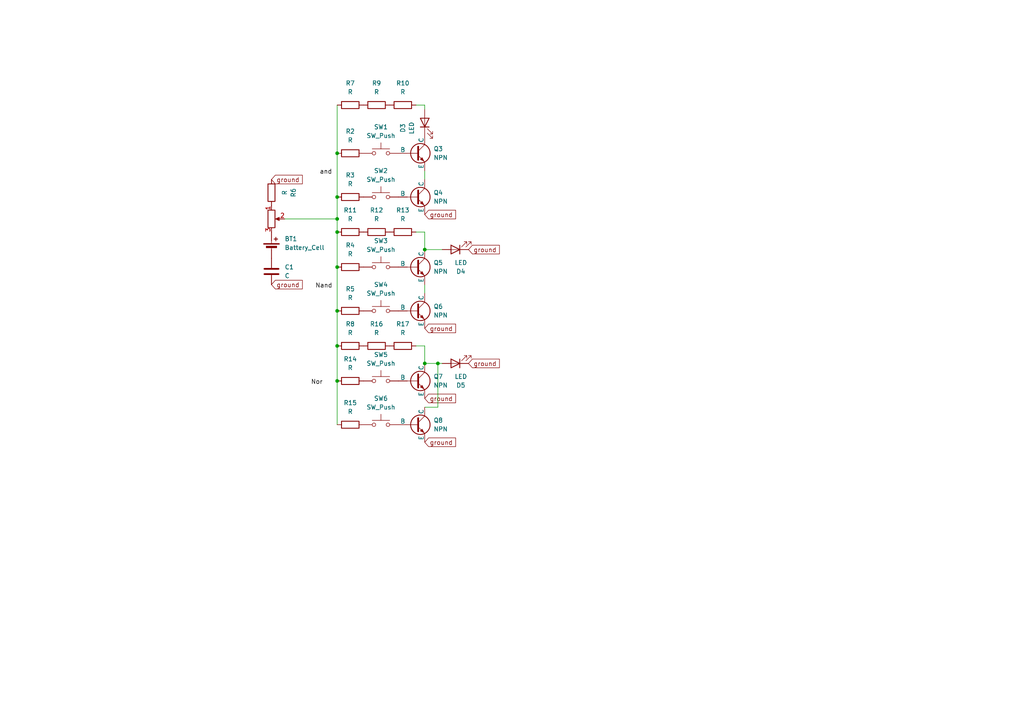
<source format=kicad_sch>
(kicad_sch (version 20250114) (generator "eeschema") (generator_version "9.0")
  (paper "A4")
  (lib_symbols
    (symbol "Device:Battery_Cell" (pin_numbers (hide yes)) (pin_names (offset 0) (hide yes))
      (property "Reference" "BT" (at 2.54 2.54 0))
      (property "Value" "Battery_Cell" (at 2.54 0 0))
      (symbol "Battery_Cell_0_1"
        (rectangle (start -2.286 1.778) (end 2.286 1.524) (fill (type outline)))
        (rectangle (start -1.524 1.016) (end 1.524 0.508) (fill (type outline)))
        (polyline (pts (xy 0 1.778) (xy 0 2.54)))
        (polyline (pts (xy 0 0.762) (xy 0 0)))
        (polyline (pts (xy 0.762 3.048) (xy 1.778 3.048)) (stroke (width 0.254)))
        (polyline (pts (xy 1.27 3.556) (xy 1.27 2.54)) (stroke (width 0.254)))
      )
      (symbol "Battery_Cell_1_1"
        (pin passive line (at 0 5.08 270) (length 2.54) (name "+") (number "1"))
        (pin passive line (at 0 -2.54 90) (length 2.54) (name "-") (number "2"))
      )
    )
    (symbol "Device:C" (pin_numbers (hide yes)) (pin_names (offset 0.254))
      (property "Reference" "C" (at 0.635 2.54 0))
      (property "Value" "C" (at 0.635 -2.54 0))
      (symbol "C_0_1"
        (polyline (pts (xy -2.032 0.762) (xy 2.032 0.762)) (stroke (width 0.508)))
        (polyline (pts (xy -2.032 -0.762) (xy 2.032 -0.762)) (stroke (width 0.508)))
      )
      (symbol "C_1_1"
        (pin passive line (at 0 3.81 270) (length 2.794) (name "~") (number "1"))
        (pin passive line (at 0 -3.81 90) (length 2.794) (name "~") (number "2"))
      )
    )
    (symbol "Device:LED" (pin_numbers (hide yes)) (pin_names (offset 1.016) (hide yes))
      (property "Reference" "D" (at 0 2.54 0))
      (property "Value" "LED" (at 0 -2.54 0))
      (symbol "LED_0_1"
        (polyline (pts (xy -3.048 -0.762) (xy -4.572 -2.286) (xy -3.81 -2.286) (xy -4.572 -2.286) (xy -4.572 -1.524)))
        (polyline (pts (xy -1.778 -0.762) (xy -3.302 -2.286) (xy -2.54 -2.286) (xy -3.302 -2.286) (xy -3.302 -1.524)))
        (polyline (pts (xy -1.27 0) (xy 1.27 0)))
        (polyline (pts (xy -1.27 -1.27) (xy -1.27 1.27)) (stroke (width 0.254)))
        (polyline (pts (xy 1.27 -1.27) (xy 1.27 1.27) (xy -1.27 0) (xy 1.27 -1.27)) (stroke (width 0.254)))
      )
      (symbol "LED_1_1"
        (pin passive line (at -3.81 0 0) (length 2.54) (name "K") (number "1"))
        (pin passive line (at 3.81 0 180) (length 2.54) (name "A") (number "2"))
      )
    )
    (symbol "Device:R" (pin_numbers (hide yes)) (pin_names (offset 0))
      (property "Reference" "R" (at 2.032 0 90))
      (property "Value" "R" (at 0 0 90))
      (symbol "R_0_1"
        (rectangle (start -1.016 -2.54) (end 1.016 2.54) (stroke (width 0.254)))
      )
      (symbol "R_1_1"
        (pin passive line (at 0 3.81 270) (length 1.27) (name "~") (number "1"))
        (pin passive line (at 0 -3.81 90) (length 1.27) (name "~") (number "2"))
      )
    )
    (symbol "Device:R_Potentiometer" (pin_names (offset 1.016) (hide yes))
      (property "Reference" "RV" (at -4.445 0 90))
      (property "Value" "R_Potentiometer" (at -2.54 0 90))
      (symbol "R_Potentiometer_0_1"
        (rectangle (start 1.016 2.54) (end -1.016 -2.54) (stroke (width 0.254)))
        (polyline (pts (xy 1.143 0) (xy 2.286 0.508) (xy 2.286 -0.508) (xy 1.143 0)) (fill (type outline)))
        (polyline (pts (xy 2.54 0) (xy 1.524 0)))
      )
      (symbol "R_Potentiometer_1_1"
        (pin passive line (at 0 3.81 270) (length 1.27) (name "1") (number "1"))
        (pin passive line (at 0 -3.81 90) (length 1.27) (name "3") (number "3"))
        (pin passive line (at 3.81 0 180) (length 1.27) (name "2") (number "2"))
      )
    )
    (symbol "Simulation_SPICE:NPN" (pin_numbers (hide yes)) (pin_names (offset 0))
      (property "Reference" "Q" (at -2.54 7.62 0))
      (property "Value" "NPN" (at -2.54 5.08 0))
      (symbol "NPN_0_1"
        (polyline (pts (xy -2.54 0) (xy 0.635 0)) (stroke (width 0.1524)))
        (polyline (pts (xy 0.635 1.905) (xy 0.635 -1.905) (xy 0.635 -1.905)) (stroke (width 0.508)))
        (polyline (pts (xy 0.635 0.635) (xy 2.54 2.54)))
        (polyline (pts (xy 0.635 -0.635) (xy 2.54 -2.54) (xy 2.54 -2.54)))
        (circle (center 1.27 0) (radius 2.8194) (stroke (width 0.254)))
        (polyline (pts (xy 1.27 -1.778) (xy 1.778 -1.27) (xy 2.286 -2.286) (xy 1.27 -1.778) (xy 1.27 -1.778)) (fill (type outline)))
        (polyline (pts (xy 2.794 -1.27) (xy 2.794 -1.27)) (stroke (width 0.1524)))
        (polyline (pts (xy 2.794 -1.27) (xy 2.794 -1.27)) (stroke (width 0.1524)))
      )
      (symbol "NPN_1_1"
        (pin input line (at -5.08 0 0) (length 2.54) (name "B") (number "2"))
        (pin open_collector line (at 2.54 5.08 270) (length 2.54) (name "C") (number "1"))
        (pin open_emitter line (at 2.54 -5.08 90) (length 2.54) (name "E") (number "3"))
      )
    )
    (symbol "Switch:SW_Push" (pin_numbers (hide yes)) (pin_names (offset 1.016) (hide yes))
      (property "Reference" "SW" (at 1.27 2.54 0))
      (property "Value" "SW_Push" (at 0 -1.524 0))
      (symbol "SW_Push_0_1"
        (circle (center -2.032 0) (radius 0.508))
        (polyline (pts (xy 0 1.27) (xy 0 3.048)))
        (circle (center 2.032 0) (radius 0.508))
        (polyline (pts (xy 2.54 1.27) (xy -2.54 1.27)))
        (pin passive line (at -5.08 0 0) (length 2.54) (name "1") (number "1"))
        (pin passive line (at 5.08 0 180) (length 2.54) (name "2") (number "2"))
      )
    )
  )
  (junction (at 97.79 110.49))
  (junction (at 97.79 67.31))
  (junction (at 127 105.41))
  (junction (at 97.79 77.47))
  (junction (at 97.79 100.33))
  (junction (at 97.79 90.17))
  (junction (at 123.19 105.41))
  (junction (at 97.79 57.15))
  (junction (at 123.19 72.39))
  (junction (at 97.79 44.45))
  (junction (at 97.79 63.5))
  (wire (pts (xy 97.79 57.15) (xy 97.79 44.45)))
  (wire (pts (xy 97.79 67.31) (xy 97.79 77.47)))
  (wire (pts (xy 120.65 67.31) (xy 123.19 67.31)))
  (wire (pts (xy 123.19 30.48) (xy 123.19 31.75)))
  (wire (pts (xy 97.79 57.15) (xy 97.79 63.5)))
  (wire (pts (xy 123.19 67.31) (xy 123.19 72.39)))
  (wire (pts (xy 123.19 49.53) (xy 123.19 52.07)))
  (wire (pts (xy 97.79 77.47) (xy 97.79 90.17)))
  (wire (pts (xy 123.19 82.55) (xy 123.19 85.09)))
  (wire (pts (xy 123.19 118.11) (xy 127 118.11)))
  (wire (pts (xy 97.79 110.49) (xy 97.79 123.19)))
  (wire (pts (xy 120.65 30.48) (xy 123.19 30.48)))
  (wire (pts (xy 123.19 100.33) (xy 123.19 105.41)))
  (wire (pts (xy 97.79 63.5) (xy 97.79 67.31)))
  (wire (pts (xy 97.79 100.33) (xy 97.79 110.49)))
  (wire (pts (xy 127 105.41) (xy 128.27 105.41)))
  (wire (pts (xy 123.19 72.39) (xy 128.27 72.39)))
  (wire (pts (xy 120.65 100.33) (xy 123.19 100.33)))
  (wire (pts (xy 123.19 105.41) (xy 127 105.41)))
  (wire (pts (xy 82.55 63.5) (xy 97.79 63.5)))
  (wire (pts (xy 127 118.11) (xy 127 105.41)))
  (wire (pts (xy 97.79 90.17) (xy 97.79 100.33)))
  (wire (pts (xy 97.79 30.48) (xy 97.79 44.45)))
  (label "Nor" (at 90.17 111.76 0))
  (label "and" (at 92.71 50.8 0))
  (label "Nand" (at 91.44 83.82 0))
  (global_label "ground" (shape input) (at 78.74 82.55 0) (property "Intersheetrefs" "${INTERSHEET_REFS}" (effects (hide yes))))
  (global_label "ground" (shape input) (at 78.74 52.07 0) (property "Intersheetrefs" "${INTERSHEET_REFS}" (effects (hide yes))))
  (global_label "ground" (shape input) (at 123.19 115.57 0) (property "Intersheetrefs" "${INTERSHEET_REFS}" (effects (hide yes))))
  (global_label "ground" (shape input) (at 123.19 128.27 0) (property "Intersheetrefs" "${INTERSHEET_REFS}" (effects (hide yes))))
  (global_label "ground" (shape input) (at 123.19 62.23 0) (property "Intersheetrefs" "${INTERSHEET_REFS}" (effects (hide yes))))
  (global_label "ground" (shape input) (at 135.89 105.41 0) (property "Intersheetrefs" "${INTERSHEET_REFS}" (effects (hide yes))))
  (global_label "ground" (shape input) (at 123.19 95.25 0) (property "Intersheetrefs" "${INTERSHEET_REFS}" (effects (hide yes))))
  (global_label "ground" (shape input) (at 135.89 72.39 0) (property "Intersheetrefs" "${INTERSHEET_REFS}" (effects (hide yes))))
  (symbol (lib_id "Device:R") (at 78.74 55.88 0) (unit 1)
    (property "Reference" "R6" (at 85.09 55.88 90))
    (property "Value" "R" (at 82.55 55.88 90))
    (property "Footprint" "Resistor_THT:R_Axial_DIN0207_L6.3mm_D2.5mm_P7.62mm_Horizontal" (effects (hide yes)))
    (property "Description" "Resistor" (effects (hide yes)))
  )
  (symbol (lib_id "Device:R") (at 101.6 90.17 90) (unit 1)
    (property "Reference" "R5" (at 101.6 83.82 90))
    (property "Value" "R" (at 101.6 86.36 90))
    (property "Footprint" "Resistor_THT:R_Axial_DIN0207_L6.3mm_D2.5mm_P7.62mm_Horizontal" (effects (hide yes)))
    (property "Description" "Resistor" (effects (hide yes)))
  )
  (symbol (lib_id "Switch:SW_Push") (at 110.49 123.19 0) (unit 1)
    (property "Reference" "SW6" (at 110.49 115.57 0))
    (property "Value" "SW_Push" (at 110.49 118.11 0))
    (property "Footprint" "Button_Switch_THT:SW_PUSH_6mm" (effects (hide yes)))
    (property "Description" "Push button switch, generic, two pins" (effects (hide yes)))
  )
  (symbol (lib_id "Device:R") (at 116.84 30.48 90) (unit 1)
    (property "Reference" "R10" (at 116.84 24.13 90))
    (property "Value" "R" (at 116.84 26.67 90))
    (property "Footprint" "Resistor_THT:R_Axial_DIN0207_L6.3mm_D2.5mm_P7.62mm_Horizontal" (effects (hide yes)))
    (property "Description" "Resistor" (effects (hide yes)))
  )
  (symbol (lib_id "Device:R") (at 101.6 123.19 90) (unit 1)
    (property "Reference" "R15" (at 101.6 116.84 90))
    (property "Value" "R" (at 101.6 119.38 90))
    (property "Footprint" "Resistor_THT:R_Axial_DIN0207_L6.3mm_D2.5mm_P7.62mm_Horizontal" (effects (hide yes)))
    (property "Description" "Resistor" (effects (hide yes)))
  )
  (symbol (lib_id "Device:R") (at 116.84 100.33 90) (unit 1)
    (property "Reference" "R17" (at 116.84 93.98 90))
    (property "Value" "R" (at 116.84 96.52 90))
    (property "Footprint" "Resistor_THT:R_Axial_DIN0207_L6.3mm_D2.5mm_P7.62mm_Horizontal" (effects (hide yes)))
    (property "Description" "Resistor" (effects (hide yes)))
  )
  (symbol (lib_id "Simulation_SPICE:NPN") (at 120.65 90.17 0) (unit 1)
    (property "Reference" "Q6" (at 125.73 88.8999 0) (effects (justify left)))
    (property "Value" "NPN" (at 125.73 91.4399 0) (effects (justify left)))
    (property "Footprint" "Package_TO_SOT_THT:TO-92L_HandSolder" (effects (hide yes)))
    (property "Datasheet" "https://ngspice.sourceforge.io/docs/ngspice-html-manual/manual.xhtml#cha_BJTs" (effects (hide yes)))
    (property "Description" "Bipolar transistor symbol for simulation only, substrate tied to the emitter" (effects (hide yes)))
    (property "Sim.Device" "NPN" (effects (hide yes)))
    (property "Sim.Type" "GUMMELPOON" (effects (hide yes)))
    (property "Sim.Pins" "1=C 2=B 3=E" (effects (hide yes)))
  )
  (symbol (lib_id "Device:LED") (at 132.08 72.39 180) (unit 1)
    (property "Reference" "D4" (at 133.6675 78.74 0))
    (property "Value" "LED" (at 133.6675 76.2 0))
    (property "Footprint" "LED_THT:LED_D5.0mm" (effects (hide yes)))
    (property "Description" "Light emitting diode" (effects (hide yes)))
    (property "Sim.Pins" "1=K 2=A" (effects (hide yes)))
  )
  (symbol (lib_id "Device:R") (at 101.6 77.47 90) (unit 1)
    (property "Reference" "R4" (at 101.6 71.12 90))
    (property "Value" "R" (at 101.6 73.66 90))
    (property "Footprint" "Resistor_THT:R_Axial_DIN0207_L6.3mm_D2.5mm_P7.62mm_Horizontal" (effects (hide yes)))
    (property "Description" "Resistor" (effects (hide yes)))
  )
  (symbol (lib_id "Device:R") (at 101.6 57.15 90) (unit 1)
    (property "Reference" "R3" (at 101.6 50.8 90))
    (property "Value" "R" (at 101.6 53.34 90))
    (property "Footprint" "Resistor_THT:R_Axial_DIN0207_L6.3mm_D2.5mm_P7.62mm_Horizontal" (effects (hide yes)))
    (property "Description" "Resistor" (effects (hide yes)))
  )
  (symbol (lib_id "Device:LED") (at 123.19 35.56 90) (unit 1)
    (property "Reference" "D3" (at 116.84 37.1475 0))
    (property "Value" "LED" (at 119.38 37.1475 0))
    (property "Footprint" "LED_THT:LED_D5.0mm" (effects (hide yes)))
    (property "Description" "Light emitting diode" (effects (hide yes)))
    (property "Sim.Pins" "1=K 2=A" (effects (hide yes)))
  )
  (symbol (lib_id "Device:R") (at 109.22 30.48 90) (unit 1)
    (property "Reference" "R9" (at 109.22 24.13 90))
    (property "Value" "R" (at 109.22 26.67 90))
    (property "Footprint" "Resistor_THT:R_Axial_DIN0207_L6.3mm_D2.5mm_P7.62mm_Horizontal" (effects (hide yes)))
    (property "Description" "Resistor" (effects (hide yes)))
  )
  (symbol (lib_id "Device:R") (at 101.6 44.45 90) (unit 1)
    (property "Reference" "R2" (at 101.6 38.1 90))
    (property "Value" "R" (at 101.6 40.64 90))
    (property "Footprint" "Resistor_THT:R_Axial_DIN0207_L6.3mm_D2.5mm_P7.62mm_Horizontal" (effects (hide yes)))
    (property "Description" "Resistor" (effects (hide yes)))
  )
  (symbol (lib_id "Simulation_SPICE:NPN") (at 120.65 44.45 0) (unit 1)
    (property "Reference" "Q3" (at 125.73 43.1799 0) (effects (justify left)))
    (property "Value" "NPN" (at 125.73 45.7199 0) (effects (justify left)))
    (property "Footprint" "Package_TO_SOT_THT:TO-92L_HandSolder" (effects (hide yes)))
    (property "Datasheet" "https://ngspice.sourceforge.io/docs/ngspice-html-manual/manual.xhtml#cha_BJTs" (effects (hide yes)))
    (property "Description" "Bipolar transistor symbol for simulation only, substrate tied to the emitter" (effects (hide yes)))
    (property "Sim.Device" "NPN" (effects (hide yes)))
    (property "Sim.Type" "GUMMELPOON" (effects (hide yes)))
    (property "Sim.Pins" "1=C 2=B 3=E" (effects (hide yes)))
  )
  (symbol (lib_id "Device:C") (at 78.74 78.74 0) (unit 1)
    (property "Reference" "C1" (at 82.55 77.4699 0) (effects (justify left)))
    (property "Value" "C" (at 82.55 80.0099 0) (effects (justify left)))
    (property "Footprint" "Capacitor_THT:CP_Radial_D8.0mm_P5.00mm" (effects (hide yes)))
    (property "Description" "Unpolarized capacitor" (effects (hide yes)))
  )
  (symbol (lib_id "Simulation_SPICE:NPN") (at 120.65 123.19 0) (unit 1)
    (property "Reference" "Q8" (at 125.73 121.9199 0) (effects (justify left)))
    (property "Value" "NPN" (at 125.73 124.4599 0) (effects (justify left)))
    (property "Footprint" "Package_TO_SOT_THT:TO-92L_HandSolder" (effects (hide yes)))
    (property "Datasheet" "https://ngspice.sourceforge.io/docs/ngspice-html-manual/manual.xhtml#cha_BJTs" (effects (hide yes)))
    (property "Description" "Bipolar transistor symbol for simulation only, substrate tied to the emitter" (effects (hide yes)))
    (property "Sim.Device" "NPN" (effects (hide yes)))
    (property "Sim.Type" "GUMMELPOON" (effects (hide yes)))
    (property "Sim.Pins" "1=C 2=B 3=E" (effects (hide yes)))
  )
  (symbol (lib_id "Simulation_SPICE:NPN") (at 120.65 57.15 0) (unit 1)
    (property "Reference" "Q4" (at 125.73 55.8799 0) (effects (justify left)))
    (property "Value" "NPN" (at 125.73 58.4199 0) (effects (justify left)))
    (property "Footprint" "Package_TO_SOT_THT:TO-92L_HandSolder" (effects (hide yes)))
    (property "Datasheet" "https://ngspice.sourceforge.io/docs/ngspice-html-manual/manual.xhtml#cha_BJTs" (effects (hide yes)))
    (property "Description" "Bipolar transistor symbol for simulation only, substrate tied to the emitter" (effects (hide yes)))
    (property "Sim.Device" "NPN" (effects (hide yes)))
    (property "Sim.Type" "GUMMELPOON" (effects (hide yes)))
    (property "Sim.Pins" "1=C 2=B 3=E" (effects (hide yes)))
  )
  (symbol (lib_id "Switch:SW_Push") (at 110.49 44.45 0) (unit 1)
    (property "Reference" "SW1" (at 110.49 36.83 0))
    (property "Value" "SW_Push" (at 110.49 39.37 0))
    (property "Footprint" "Button_Switch_THT:SW_PUSH_6mm" (effects (hide yes)))
    (property "Description" "Push button switch, generic, two pins" (effects (hide yes)))
  )
  (symbol (lib_id "Device:LED") (at 132.08 105.41 180) (unit 1)
    (property "Reference" "D5" (at 133.6675 111.76 0))
    (property "Value" "LED" (at 133.6675 109.22 0))
    (property "Footprint" "LED_THT:LED_D5.0mm" (effects (hide yes)))
    (property "Description" "Light emitting diode" (effects (hide yes)))
    (property "Sim.Pins" "1=K 2=A" (effects (hide yes)))
  )
  (symbol (lib_id "Device:R") (at 101.6 100.33 90) (unit 1)
    (property "Reference" "R8" (at 101.6 93.98 90))
    (property "Value" "R" (at 101.6 96.52 90))
    (property "Footprint" "Resistor_THT:R_Axial_DIN0207_L6.3mm_D2.5mm_P7.62mm_Horizontal" (effects (hide yes)))
    (property "Description" "Resistor" (effects (hide yes)))
  )
  (symbol (lib_id "Device:R") (at 109.22 67.31 90) (unit 1)
    (property "Reference" "R12" (at 109.22 60.96 90))
    (property "Value" "R" (at 109.22 63.5 90))
    (property "Footprint" "Resistor_THT:R_Axial_DIN0207_L6.3mm_D2.5mm_P7.62mm_Horizontal" (effects (hide yes)))
    (property "Description" "Resistor" (effects (hide yes)))
  )
  (symbol (lib_id "Device:R") (at 101.6 67.31 90) (unit 1)
    (property "Reference" "R11" (at 101.6 60.96 90))
    (property "Value" "R" (at 101.6 63.5 90))
    (property "Footprint" "Resistor_THT:R_Axial_DIN0207_L6.3mm_D2.5mm_P7.62mm_Horizontal" (effects (hide yes)))
    (property "Description" "Resistor" (effects (hide yes)))
  )
  (symbol (lib_id "Simulation_SPICE:NPN") (at 120.65 77.47 0) (unit 1)
    (property "Reference" "Q5" (at 125.73 76.1999 0) (effects (justify left)))
    (property "Value" "NPN" (at 125.73 78.7399 0) (effects (justify left)))
    (property "Footprint" "Package_TO_SOT_THT:TO-92L_HandSolder" (effects (hide yes)))
    (property "Datasheet" "https://ngspice.sourceforge.io/docs/ngspice-html-manual/manual.xhtml#cha_BJTs" (effects (hide yes)))
    (property "Description" "Bipolar transistor symbol for simulation only, substrate tied to the emitter" (effects (hide yes)))
    (property "Sim.Device" "NPN" (effects (hide yes)))
    (property "Sim.Type" "GUMMELPOON" (effects (hide yes)))
    (property "Sim.Pins" "1=C 2=B 3=E" (effects (hide yes)))
  )
  (symbol (lib_id "Device:R") (at 116.84 67.31 90) (unit 1)
    (property "Reference" "R13" (at 116.84 60.96 90))
    (property "Value" "R" (at 116.84 63.5 90))
    (property "Footprint" "Resistor_THT:R_Axial_DIN0207_L6.3mm_D2.5mm_P7.62mm_Horizontal" (effects (hide yes)))
    (property "Description" "Resistor" (effects (hide yes)))
  )
  (symbol (lib_id "Switch:SW_Push") (at 110.49 110.49 0) (unit 1)
    (property "Reference" "SW5" (at 110.49 102.87 0))
    (property "Value" "SW_Push" (at 110.49 105.41 0))
    (property "Footprint" "Button_Switch_THT:SW_PUSH_6mm" (effects (hide yes)))
    (property "Description" "Push button switch, generic, two pins" (effects (hide yes)))
  )
  (symbol (lib_id "Simulation_SPICE:NPN") (at 120.65 110.49 0) (unit 1)
    (property "Reference" "Q7" (at 125.73 109.2199 0) (effects (justify left)))
    (property "Value" "NPN" (at 125.73 111.7599 0) (effects (justify left)))
    (property "Footprint" "Package_TO_SOT_THT:TO-92L_HandSolder" (effects (hide yes)))
    (property "Datasheet" "https://ngspice.sourceforge.io/docs/ngspice-html-manual/manual.xhtml#cha_BJTs" (effects (hide yes)))
    (property "Description" "Bipolar transistor symbol for simulation only, substrate tied to the emitter" (effects (hide yes)))
    (property "Sim.Device" "NPN" (effects (hide yes)))
    (property "Sim.Type" "GUMMELPOON" (effects (hide yes)))
    (property "Sim.Pins" "1=C 2=B 3=E" (effects (hide yes)))
  )
  (symbol (lib_id "Device:R") (at 101.6 30.48 90) (unit 1)
    (property "Reference" "R7" (at 101.6 24.13 90))
    (property "Value" "R" (at 101.6 26.67 90))
    (property "Footprint" "Resistor_THT:R_Axial_DIN0207_L6.3mm_D2.5mm_P7.62mm_Horizontal" (effects (hide yes)))
    (property "Description" "Resistor" (effects (hide yes)))
  )
  (symbol (lib_id "Switch:SW_Push") (at 110.49 57.15 0) (unit 1)
    (property "Reference" "SW2" (at 110.49 49.53 0))
    (property "Value" "SW_Push" (at 110.49 52.07 0))
    (property "Footprint" "Button_Switch_THT:SW_PUSH_6mm" (effects (hide yes)))
    (property "Description" "Push button switch, generic, two pins" (effects (hide yes)))
  )
  (symbol (lib_id "Switch:SW_Push") (at 110.49 90.17 0) (unit 1)
    (property "Reference" "SW4" (at 110.49 82.55 0))
    (property "Value" "SW_Push" (at 110.49 85.09 0))
    (property "Footprint" "Button_Switch_THT:SW_PUSH_6mm" (effects (hide yes)))
    (property "Description" "Push button switch, generic, two pins" (effects (hide yes)))
  )
  (symbol (lib_id "Device:R") (at 109.22 100.33 90) (unit 1)
    (property "Reference" "R16" (at 109.22 93.98 90))
    (property "Value" "R" (at 109.22 96.52 90))
    (property "Footprint" "Resistor_THT:R_Axial_DIN0207_L6.3mm_D2.5mm_P7.62mm_Horizontal" (effects (hide yes)))
    (property "Description" "Resistor" (effects (hide yes)))
  )
  (symbol (lib_id "Device:Battery_Cell") (at 78.74 72.39 0) (unit 1)
    (property "Reference" "BT1" (at 82.55 69.2784 0) (effects (justify left)))
    (property "Value" "Battery_Cell" (at 82.55 71.8184 0) (effects (justify left)))
    (property "Footprint" "Battery:BatteryHolder_Keystone_3034_1x20mm" (effects (hide yes)))
    (property "Description" "Single-cell battery" (effects (hide yes)))
  )
  (symbol (lib_id "Switch:SW_Push") (at 110.49 77.47 0) (unit 1)
    (property "Reference" "SW3" (at 110.49 69.85 0))
    (property "Value" "SW_Push" (at 110.49 72.39 0))
    (property "Footprint" "Button_Switch_THT:SW_PUSH_6mm" (effects (hide yes)))
    (property "Description" "Push button switch, generic, two pins" (effects (hide yes)))
  )
  (symbol (lib_id "Device:R") (at 101.6 110.49 90) (unit 1)
    (property "Reference" "R14" (at 101.6 104.14 90))
    (property "Value" "R" (at 101.6 106.68 90))
    (property "Footprint" "Resistor_THT:R_Axial_DIN0207_L6.3mm_D2.5mm_P7.62mm_Horizontal" (effects (hide yes)))
    (property "Description" "Resistor" (effects (hide yes)))
  )
  (symbol (lib_id "Device:R_Potentiometer") (at 78.74 63.5 0) (unit 1)
    (property "Reference" "RV1" (effects (hide yes)))
    (property "Value" "R_Potentiometer" (effects (hide yes)))
    (property "Footprint" "Potentiometer_THT:Potentiometer_Vishay_T73YP_Vertical" (effects (hide yes)))
    (property "Description" "Potentiometer" (effects (hide yes)))
  )
)
</source>
